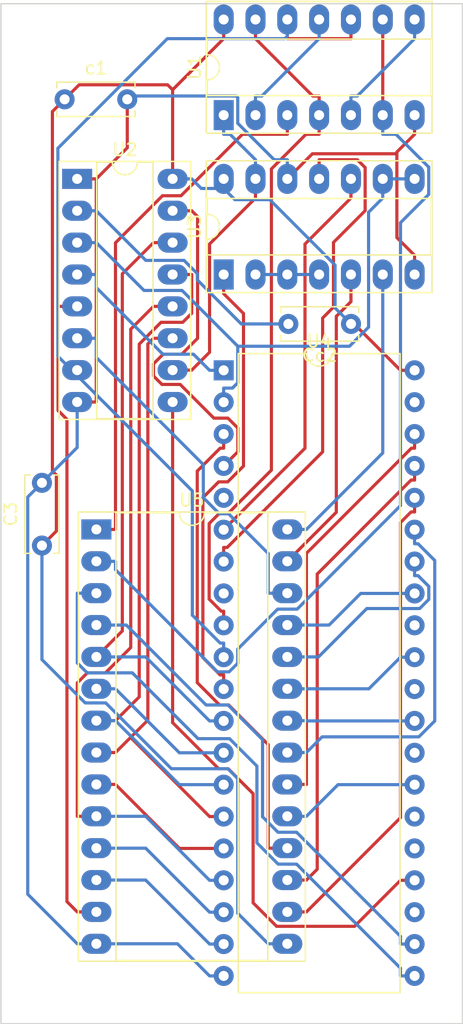
<source format=kicad_pcb>
(kicad_pcb (version 20211014) (generator pcbnew)
  (layers (0 "F.Cu" signal) (31 "B.Cu" signal) (34 "B.Paste" user) (35 "F.Paste" user) (36 "B.SilkS" user "B.Silkscreen") (37 "F.SilkS" user "F.Silkscreen") (38 "B.Mask" user) (39 "F.Mask" user) (44 "Edge.Cuts" user))
  (net 0 "")
  (net 1 "VCC")
  (net 2 "GND")
  (net 3 "Net-(U1-Pad1)")
  (net 4 "Net-(U1-Pad11)")
  (net 5 "Net-(U1-Pad3)")
  (net 6 "Net-(U1-Pad13)")
  (net 7 "Net-(U1-Pad5)")
  (net 8 "/WR")
  (net 9 "Net-(U1-Pad10)")
  (net 10 "Net-(U2-Pad3)")
  (net 11 "Net-(U2-Pad4)")
  (net 12 "/RESET")
  (net 13 "Net-(U2-Pad6)")
  (net 14 "Net-(U2-Pad9)")
  (net 15 "/D3")
  (net 16 "/D5")
  (net 17 "/D2")
  (net 18 "/D0")
  (net 19 "Net-(U2-Pad15)")
  (net 20 "Net-(U3-Pad1)")
  (net 21 "Net-(U3-Pad2)")
  (net 22 "Net-(U3-Pad5)")
  (net 23 "Net-(U3-Pad6)")
  (net 24 "Net-(U3-Pad10)")
  (net 25 "Net-(U3-Pad11)")
  (net 26 "Net-(U4-Pad3)")
  (net 29 "/D1")
  (net 30 "/D4")
  (net 31 "/D6")
  (net 32 "/D7")
  (net 33 "/A3")
  (net 34 "/A4")
  (net 38 "Net-(U4-Pad27)")
  (net 39 "Net-(U4-Pad29)")
  (net 41 "Net-(U4-Pad31)")
  (net 43 "Net-(U4-Pad33)")
  (net 44 "Net-(U4-Pad34)")
  (net 45 "Net-(U4-Pad35)")
  (net 46 "Net-(U4-Pad36)")
  (net 47 "Net-(U4-Pad37)")
  (net 48 "Net-(U4-Pad38)")
  (footprint "Package_DIP:DIP-14_W7.62mm_Socket_LongPads" (layer "F.Cu") (at 35.555 21.58 90)
    (fp_text reference "U1" (at 3.81 -2.33 90) (layer "F.SilkS"))
    (fp_text value "74LS00")
    (pad "1" thru_hole rect (at 0 0 90) (size 2.4 1.6) (drill 0.8) (layers *.Cu *.Mask) (net 3 "Net-(U1-Pad1)"))
    (pad "2" thru_hole oval (at 0 2.54 90) (size 2.4 1.6) (drill 0.8) (layers *.Cu *.Mask) (net 4 "Net-(U1-Pad11)"))
    (pad "3" thru_hole oval (at 0 5.08 90) (size 2.4 1.6) (drill 0.8) (layers *.Cu *.Mask) (net 5 "Net-(U1-Pad3)"))
    (pad "4" thru_hole oval (at 0 7.62 90) (size 2.4 1.6) (drill 0.8) (layers *.Cu *.Mask) (net 6 "Net-(U1-Pad13)"))
    (pad "5" thru_hole oval (at 0 10.16 90) (size 2.4 1.6) (drill 0.8) (layers *.Cu *.Mask) (net 7 "Net-(U1-Pad5)"))
    (pad "6" thru_hole oval (at 0 12.7 90) (size 2.4 1.6) (drill 0.8) (layers *.Cu *.Mask) (net 8 "/WR"))
    (pad "7" thru_hole oval (at 0 15.24 90) (size 2.4 1.6) (drill 0.8) (layers *.Cu *.Mask) (net 2 "GND"))
    (pad "8" thru_hole oval (at 7.62 15.24 90) (size 2.4 1.6) (drill 0.8) (layers *.Cu *.Mask) (net 7 "Net-(U1-Pad5)"))
    (pad "9" thru_hole oval (at 7.62 12.7 90) (size 2.4 1.6) (drill 0.8) (layers *.Cu *.Mask) (net 8 "/WR"))
    (pad "10" thru_hole oval (at 7.62 10.16 90) (size 2.4 1.6) (drill 0.8) (layers *.Cu *.Mask) (net 9 "Net-(U1-Pad10)"))
    (pad "11" thru_hole oval (at 7.62 7.62 90) (size 2.4 1.6) (drill 0.8) (layers *.Cu *.Mask) (net 4 "Net-(U1-Pad11)"))
    (pad "12" thru_hole oval (at 7.62 5.08 90) (size 2.4 1.6) (drill 0.8) (layers *.Cu *.Mask) (net 9 "Net-(U1-Pad10)"))
    (pad "13" thru_hole oval (at 7.62 2.54 90) (size 2.4 1.6) (drill 0.8) (layers *.Cu *.Mask) (net 6 "Net-(U1-Pad13)"))
    (pad "14" thru_hole oval (at 7.62 0 90) (size 2.4 1.6) (drill 0.8) (layers *.Cu *.Mask) (net 1 "VCC"))
  )
  (footprint "Package_DIP:DIP-28_W15.24mm_Socket_LongPads" (layer "F.Cu") (at 25.395 54.595)
    (fp_text reference "U5" (at 7.62 -2.33) (layer "F.SilkS"))
    (fp_text value "WD1772")
    (pad "1" thru_hole rect (at 0 0) (size 2.4 1.6) (drill 0.8) (layers *.Cu *.Mask) (net 5 "Net-(U1-Pad3)"))
    (pad "2" thru_hole oval (at 0 2.54) (size 2.4 1.6) (drill 0.8) (layers *.Cu *.Mask) (net 8 "/WR"))
    (pad "3" thru_hole oval (at 0 5.08) (size 2.4 1.6) (drill 0.8) (layers *.Cu *.Mask) (net 33 "/A3"))
    (pad "4" thru_hole oval (at 0 7.62) (size 2.4 1.6) (drill 0.8) (layers *.Cu *.Mask) (net 34 "/A4"))
    (pad "5" thru_hole oval (at 0 10.16) (size 2.4 1.6) (drill 0.8) (layers *.Cu *.Mask) (net 18 "/D0"))
    (pad "6" thru_hole oval (at 0 12.7) (size 2.4 1.6) (drill 0.8) (layers *.Cu *.Mask) (net 29 "/D1"))
    (pad "7" thru_hole oval (at 0 15.24) (size 2.4 1.6) (drill 0.8) (layers *.Cu *.Mask) (net 17 "/D2"))
    (pad "8" thru_hole oval (at 0 17.78) (size 2.4 1.6) (drill 0.8) (layers *.Cu *.Mask) (net 15 "/D3"))
    (pad "9" thru_hole oval (at 0 20.32) (size 2.4 1.6) (drill 0.8) (layers *.Cu *.Mask) (net 30 "/D4"))
    (pad "10" thru_hole oval (at 0 22.86) (size 2.4 1.6) (drill 0.8) (layers *.Cu *.Mask) (net 16 "/D5"))
    (pad "11" thru_hole oval (at 0 25.4) (size 2.4 1.6) (drill 0.8) (layers *.Cu *.Mask) (net 31 "/D6"))
    (pad "12" thru_hole oval (at 0 27.94) (size 2.4 1.6) (drill 0.8) (layers *.Cu *.Mask) (net 32 "/D7"))
    (pad "13" thru_hole oval (at 0 30.48) (size 2.4 1.6) (drill 0.8) (layers *.Cu *.Mask) (net 12 "/RESET"))
    (pad "14" thru_hole oval (at 0 33.02) (size 2.4 1.6) (drill 0.8) (layers *.Cu *.Mask) (net 2 "GND"))
    (pad "15" thru_hole oval (at 15.24 33.02) (size 2.4 1.6) (drill 0.8) (layers *.Cu *.Mask) (net 1 "VCC"))
    (pad "16" thru_hole oval (at 15.24 30.48) (size 2.4 1.6) (drill 0.8) (layers *.Cu *.Mask) (net 46 "Net-(U4-Pad36)"))
    (pad "17" thru_hole oval (at 15.24 27.94) (size 2.4 1.6) (drill 0.8) (layers *.Cu *.Mask) (net 47 "Net-(U4-Pad37)"))
    (pad "18" thru_hole oval (at 15.24 25.4) (size 2.4 1.6) (drill 0.8) (layers *.Cu *.Mask) (net 26 "Net-(U4-Pad3)"))
    (pad "19" thru_hole oval (at 15.24 22.86) (size 2.4 1.6) (drill 0.8) (layers *.Cu *.Mask) (net 38 "Net-(U4-Pad27)"))
    (pad "20" thru_hole oval (at 15.24 20.32) (size 2.4 1.6) (drill 0.8) (layers *.Cu *.Mask) (net 48 "Net-(U4-Pad38)"))
    (pad "21" thru_hole oval (at 15.24 17.78) (size 2.4 1.6) (drill 0.8) (layers *.Cu *.Mask) (net 45 "Net-(U4-Pad35)"))
    (pad "22" thru_hole oval (at 15.24 15.24) (size 2.4 1.6) (drill 0.8) (layers *.Cu *.Mask) (net 39 "Net-(U4-Pad29)"))
    (pad "23" thru_hole oval (at 15.24 12.7) (size 2.4 1.6) (drill 0.8) (layers *.Cu *.Mask) (net 41 "Net-(U4-Pad31)"))
    (pad "24" thru_hole oval (at 15.24 10.16) (size 2.4 1.6) (drill 0.8) (layers *.Cu *.Mask) (net 44 "Net-(U4-Pad34)"))
    (pad "25" thru_hole oval (at 15.24 7.62) (size 2.4 1.6) (drill 0.8) (layers *.Cu *.Mask) (net 43 "Net-(U4-Pad33)"))
    (pad "26" thru_hole oval (at 15.24 5.08) (size 2.4 1.6) (drill 0.8) (layers *.Cu *.Mask) (net 13 "Net-(U2-Pad6)"))
    (pad "27" thru_hole oval (at 15.24 2.54) (size 2.4 1.6) (drill 0.8) (layers *.Cu *.Mask) (net 22 "Net-(U3-Pad5)"))
    (pad "28" thru_hole oval (at 15.24 0) (size 2.4 1.6) (drill 0.8) (layers *.Cu *.Mask) (net 23 "Net-(U3-Pad6)"))
  )
  (footprint "Package_DIP:DIP-40_W15.24mm" (layer "F.Cu") (at 35.555 41.915)
    (fp_text reference "U4" (at 7.62 -2.33) (layer "F.SilkS"))
    (fp_text value "8271")
    (pad "1" thru_hole rect (at 0 0) (size 1.6 1.6) (drill 0.8) (layers *.Cu *.Mask) (net 11 "Net-(U2-Pad4)"))
    (pad "2" thru_hole oval (at 0 2.54) (size 1.6 1.6) (drill 0.8) (layers *.Cu *.Mask) (net 10 "Net-(U2-Pad3)"))
    (pad "3" thru_hole oval (at 0 5.08) (size 1.6 1.6) (drill 0.8) (layers *.Cu *.Mask) (net 26 "Net-(U4-Pad3)"))
    (pad "4" thru_hole oval (at 0 7.62) (size 1.6 1.6) (drill 0.8) (layers *.Cu *.Mask) (net 19 "Net-(U2-Pad15)"))
    (pad "5" thru_hole oval (at 0 10.16) (size 1.6 1.6) (drill 0.8) (layers *.Cu *.Mask))
    (pad "6" thru_hole oval (at 0 12.7) (size 1.6 1.6) (drill 0.8) (layers *.Cu *.Mask) (net 24 "Net-(U3-Pad10)"))
    (pad "7" thru_hole oval (at 0 15.24) (size 1.6 1.6) (drill 0.8) (layers *.Cu *.Mask) (net 25 "Net-(U3-Pad11)"))
    (pad "8" thru_hole oval (at 0 17.78) (size 1.6 1.6) (drill 0.8) (layers *.Cu *.Mask))
    (pad "9" thru_hole oval (at 0 20.32) (size 1.6 1.6) (drill 0.8) (layers *.Cu *.Mask) (net 6 "Net-(U1-Pad13)"))
    (pad "10" thru_hole oval (at 0 22.86) (size 1.6 1.6) (drill 0.8) (layers *.Cu *.Mask) (net 9 "Net-(U1-Pad10)"))
    (pad "11" thru_hole oval (at 0 25.4) (size 1.6 1.6) (drill 0.8) (layers *.Cu *.Mask) (net 20 "Net-(U3-Pad1)"))
    (pad "12" thru_hole oval (at 0 27.94) (size 1.6 1.6) (drill 0.8) (layers *.Cu *.Mask) (net 18 "/D0"))
    (pad "13" thru_hole oval (at 0 30.48) (size 1.6 1.6) (drill 0.8) (layers *.Cu *.Mask) (net 29 "/D1"))
    (pad "14" thru_hole oval (at 0 33.02) (size 1.6 1.6) (drill 0.8) (layers *.Cu *.Mask) (net 17 "/D2"))
    (pad "15" thru_hole oval (at 0 35.56) (size 1.6 1.6) (drill 0.8) (layers *.Cu *.Mask) (net 15 "/D3"))
    (pad "16" thru_hole oval (at 0 38.1) (size 1.6 1.6) (drill 0.8) (layers *.Cu *.Mask) (net 30 "/D4"))
    (pad "17" thru_hole oval (at 0 40.64) (size 1.6 1.6) (drill 0.8) (layers *.Cu *.Mask) (net 16 "/D5"))
    (pad "18" thru_hole oval (at 0 43.18) (size 1.6 1.6) (drill 0.8) (layers *.Cu *.Mask) (net 31 "/D6"))
    (pad "19" thru_hole oval (at 0 45.72) (size 1.6 1.6) (drill 0.8) (layers *.Cu *.Mask) (net 32 "/D7"))
    (pad "20" thru_hole oval (at 0 48.26) (size 1.6 1.6) (drill 0.8) (layers *.Cu *.Mask) (net 2 "GND"))
    (pad "21" thru_hole oval (at 15.24 48.26) (size 1.6 1.6) (drill 0.8) (layers *.Cu *.Mask) (net 33 "/A3"))
    (pad "22" thru_hole oval (at 15.24 45.72) (size 1.6 1.6) (drill 0.8) (layers *.Cu *.Mask) (net 34 "/A4"))
    (pad "23" thru_hole oval (at 15.24 43.18) (size 1.6 1.6) (drill 0.8) (layers *.Cu *.Mask))
    (pad "24" thru_hole oval (at 15.24 40.64) (size 1.6 1.6) (drill 0.8) (layers *.Cu *.Mask) (net 14 "Net-(U2-Pad9)"))
    (pad "25" thru_hole oval (at 15.24 38.1) (size 1.6 1.6) (drill 0.8) (layers *.Cu *.Mask))
    (pad "26" thru_hole oval (at 15.24 35.56) (size 1.6 1.6) (drill 0.8) (layers *.Cu *.Mask))
    (pad "27" thru_hole oval (at 15.24 33.02) (size 1.6 1.6) (drill 0.8) (layers *.Cu *.Mask) (net 38 "Net-(U4-Pad27)"))
    (pad "28" thru_hole oval (at 15.24 30.48) (size 1.6 1.6) (drill 0.8) (layers *.Cu *.Mask))
    (pad "29" thru_hole oval (at 15.24 27.94) (size 1.6 1.6) (drill 0.8) (layers *.Cu *.Mask) (net 39 "Net-(U4-Pad29)"))
    (pad "30" thru_hole oval (at 15.24 25.4) (size 1.6 1.6) (drill 0.8) (layers *.Cu *.Mask))
    (pad "31" thru_hole oval (at 15.24 22.86) (size 1.6 1.6) (drill 0.8) (layers *.Cu *.Mask) (net 41 "Net-(U4-Pad31)"))
    (pad "32" thru_hole oval (at 15.24 20.32) (size 1.6 1.6) (drill 0.8) (layers *.Cu *.Mask))
    (pad "33" thru_hole oval (at 15.24 17.78) (size 1.6 1.6) (drill 0.8) (layers *.Cu *.Mask) (net 43 "Net-(U4-Pad33)"))
    (pad "34" thru_hole oval (at 15.24 15.24) (size 1.6 1.6) (drill 0.8) (layers *.Cu *.Mask) (net 44 "Net-(U4-Pad34)"))
    (pad "35" thru_hole oval (at 15.24 12.7) (size 1.6 1.6) (drill 0.8) (layers *.Cu *.Mask) (net 45 "Net-(U4-Pad35)"))
    (pad "36" thru_hole oval (at 15.24 10.16) (size 1.6 1.6) (drill 0.8) (layers *.Cu *.Mask) (net 46 "Net-(U4-Pad36)"))
    (pad "37" thru_hole oval (at 15.24 7.62) (size 1.6 1.6) (drill 0.8) (layers *.Cu *.Mask) (net 47 "Net-(U4-Pad37)"))
    (pad "38" thru_hole oval (at 15.24 5.08) (size 1.6 1.6) (drill 0.8) (layers *.Cu *.Mask) (net 48 "Net-(U4-Pad38)"))
    (pad "39" thru_hole oval (at 15.24 2.54) (size 1.6 1.6) (drill 0.8) (layers *.Cu *.Mask))
    (pad "40" thru_hole oval (at 15.24 0) (size 1.6 1.6) (drill 0.8) (layers *.Cu *.Mask) (net 1 "VCC"))
  )
  (footprint "Package_DIP:DIP-16_W7.62mm_Socket_LongPads" (layer "F.Cu") (at 23.86 26.66)
    (fp_text reference "U2" (at 3.81 -2.33) (layer "F.SilkS"))
    (fp_text value "74LS173")
    (pad "1" thru_hole rect (at 0 0) (size 2.4 1.6) (drill 0.8) (layers *.Cu *.Mask) (net 2 "GND"))
    (pad "2" thru_hole oval (at 0 2.54) (size 2.4 1.6) (drill 0.8) (layers *.Cu *.Mask) (net 2 "GND"))
    (pad "3" thru_hole oval (at 0 5.08) (size 2.4 1.6) (drill 0.8) (layers *.Cu *.Mask) (net 10 "Net-(U2-Pad3)"))
    (pad "4" thru_hole oval (at 0 7.62) (size 2.4 1.6) (drill 0.8) (layers *.Cu *.Mask) (net 11 "Net-(U2-Pad4)"))
    (pad "5" thru_hole oval (at 0 10.16) (size 2.4 1.6) (drill 0.8) (layers *.Cu *.Mask) (net 12 "/RESET"))
    (pad "6" thru_hole oval (at 0 12.7) (size 2.4 1.6) (drill 0.8) (layers *.Cu *.Mask) (net 13 "Net-(U2-Pad6)"))
    (pad "7" thru_hole oval (at 0 15.24) (size 2.4 1.6) (drill 0.8) (layers *.Cu *.Mask) (net 9 "Net-(U1-Pad10)"))
    (pad "8" thru_hole oval (at 0 17.78) (size 2.4 1.6) (drill 0.8) (layers *.Cu *.Mask) (net 2 "GND"))
    (pad "9" thru_hole oval (at 7.62 17.78) (size 2.4 1.6) (drill 0.8) (layers *.Cu *.Mask) (net 14 "Net-(U2-Pad9)"))
    (pad "10" thru_hole oval (at 7.62 15.24) (size 2.4 1.6) (drill 0.8) (layers *.Cu *.Mask) (net 3 "Net-(U1-Pad1)"))
    (pad "11" thru_hole oval (at 7.62 12.7) (size 2.4 1.6) (drill 0.8) (layers *.Cu *.Mask) (net 15 "/D3"))
    (pad "12" thru_hole oval (at 7.62 10.16) (size 2.4 1.6) (drill 0.8) (layers *.Cu *.Mask) (net 16 "/D5"))
    (pad "13" thru_hole oval (at 7.62 7.62) (size 2.4 1.6) (drill 0.8) (layers *.Cu *.Mask) (net 17 "/D2"))
    (pad "14" thru_hole oval (at 7.62 5.08) (size 2.4 1.6) (drill 0.8) (layers *.Cu *.Mask) (net 18 "/D0"))
    (pad "15" thru_hole oval (at 7.62 2.54) (size 2.4 1.6) (drill 0.8) (layers *.Cu *.Mask) (net 19 "Net-(U2-Pad15)"))
    (pad "16" thru_hole oval (at 7.62 0) (size 2.4 1.6) (drill 0.8) (layers *.Cu *.Mask) (net 1 "VCC"))
  )
  (footprint "Capacitor_THT:C_Disc_D6.0mm_W2.5mm_P5.00mm" (layer "F.Cu") (at 21.05 55.88 90)
    (fp_text reference "C3" (at 2.5 -2.5 90) (layer "F.SilkS"))
    (fp_text value "100nf")
    (pad "1" thru_hole circle (at 0 0 90) (size 1.6 1.6) (drill 0.8) (layers *.Cu *.Mask) (net 1 "VCC"))
    (pad "2" thru_hole circle (at 5 0 90) (size 1.6 1.6) (drill 0.8) (layers *.Cu *.Mask) (net 2 "GND"))
  )
  (footprint "Capacitor_THT:C_Disc_D6.0mm_W2.5mm_P5.00mm" (layer "F.Cu") (at 45.72 38.22 180)
    (fp_text reference "Cc2" (at 2.5 -2.5) (layer "F.SilkS"))
    (fp_text value "100nf")
    (pad "1" thru_hole circle (at 0 0 180) (size 1.6 1.6) (drill 0.8) (layers *.Cu *.Mask) (net 1 "VCC"))
    (pad "2" thru_hole circle (at 5 0 180) (size 1.6 1.6) (drill 0.8) (layers *.Cu *.Mask) (net 2 "GND"))
  )
  (footprint "Capacitor_THT:C_Disc_D6.0mm_W2.5mm_P5.00mm" (layer "F.Cu") (at 22.86 20.32)
    (fp_text reference "c1" (at 2.5 -2.5) (layer "F.SilkS"))
    (fp_text value "100nf")
    (pad "1" thru_hole circle (at 0 0) (size 1.6 1.6) (drill 0.8) (layers *.Cu *.Mask) (net 1 "VCC"))
    (pad "2" thru_hole circle (at 5 0) (size 1.6 1.6) (drill 0.8) (layers *.Cu *.Mask) (net 2 "GND"))
  )
  (footprint "Package_DIP:DIP-14_W7.62mm_Socket_LongPads" (layer "F.Cu") (at 35.555 34.28 90)
    (fp_text reference "U3" (at 3.81 -2.33 90) (layer "F.SilkS"))
    (fp_text value "74LS02")
    (pad "1" thru_hole rect (at 0 0 90) (size 2.4 1.6) (drill 0.8) (layers *.Cu *.Mask) (net 20 "Net-(U3-Pad1)"))
    (pad "2" thru_hole oval (at 0 2.54 90) (size 2.4 1.6) (drill 0.8) (layers *.Cu *.Mask) (net 21 "Net-(U3-Pad2)"))
    (pad "3" thru_hole oval (at 0 5.08 90) (size 2.4 1.6) (drill 0.8) (layers *.Cu *.Mask) (net 21 "Net-(U3-Pad2)"))
    (pad "4" thru_hole oval (at 0 7.62 90) (size 2.4 1.6) (drill 0.8) (layers *.Cu *.Mask) (net 21 "Net-(U3-Pad2)"))
    (pad "5" thru_hole oval (at 0 10.16 90) (size 2.4 1.6) (drill 0.8) (layers *.Cu *.Mask) (net 22 "Net-(U3-Pad5)"))
    (pad "6" thru_hole oval (at 0 12.7 90) (size 2.4 1.6) (drill 0.8) (layers *.Cu *.Mask) (net 23 "Net-(U3-Pad6)"))
    (pad "7" thru_hole oval (at 0 15.24 90) (size 2.4 1.6) (drill 0.8) (layers *.Cu *.Mask) (net 2 "GND"))
    (pad "8" thru_hole oval (at 7.62 15.24 90) (size 2.4 1.6) (drill 0.8) (layers *.Cu *.Mask) (net 10 "Net-(U2-Pad3)"))
    (pad "9" thru_hole oval (at 7.62 12.7 90) (size 2.4 1.6) (drill 0.8) (layers *.Cu *.Mask) (net 10 "Net-(U2-Pad3)"))
    (pad "10" thru_hole oval (at 7.62 10.16 90) (size 2.4 1.6) (drill 0.8) (layers *.Cu *.Mask) (net 24 "Net-(U3-Pad10)"))
    (pad "11" thru_hole oval (at 7.62 7.62 90) (size 2.4 1.6) (drill 0.8) (layers *.Cu *.Mask) (net 25 "Net-(U3-Pad11)"))
    (pad "12" thru_hole oval (at 7.62 5.08 90) (size 2.4 1.6) (drill 0.8) (layers *.Cu *.Mask) (net 2 "GND"))
    (pad "13" thru_hole oval (at 7.62 2.54 90) (size 2.4 1.6) (drill 0.8) (layers *.Cu *.Mask) (net 3 "Net-(U1-Pad1)"))
    (pad "14" thru_hole oval (at 7.62 0 90) (size 2.4 1.6) (drill 0.8) (layers *.Cu *.Mask) (net 1 "VCC"))
  )
  (gr_line (start 54.61 12.7) (end 54.61 93.98) (layer "Edge.Cuts") (width 0.1))
  (gr_line (start 54.61 93.98) (end 17.78 93.98) (layer "Edge.Cuts") (width 0.1))
  (gr_line (start 17.78 93.98) (end 17.78 12.7) (layer "Edge.Cuts") (width 0.1))
  (gr_line (start 54.61 12.7) (end 53.34 12.7) (layer "Edge.Cuts") (width 0.1))
  (gr_line (start 17.78 12.7) (end 53.34 12.7) (layer "Edge.Cuts") (width 0.1))
  (segment (start 35.555 13.96) (end 35.555 15.4853) (width 0.25) (layer "F.Cu") (net 1))
  (segment (start 31.084 19.1643) (end 31.48 19.5603) (width 0.25) (layer "F.Cu") (net 1))
  (segment (start 24.0157 19.1643) (end 31.084 19.1643) (width 0.25) (layer "F.Cu") (net 1))
  (segment (start 22.202 54.728) (end 22.202 50.2606) (width 0.25) (layer "F.Cu") (net 1))
  (segment (start 31.48 19.5603) (end 35.555 15.4853) (width 0.25) (layer "F.Cu") (net 1))
  (segment (start 21.05 55.88) (end 22.202 54.728) (width 0.25) (layer "F.Cu") (net 1))
  (segment (start 45.72 38.22) (end 45.9747 38.22) (width 0.25) (layer "F.Cu") (net 1))
  (segment (start 22.86 20.32) (end 24.0157 19.1643) (width 0.25) (layer "F.Cu") (net 1))
  (segment (start 21.8843 21.2957) (end 22.86 20.32) (width 0.25) (layer "F.Cu") (net 1))
  (segment (start 22.202 50.2606) (end 21.8843 49.9429) (width 0.25) (layer "F.Cu") (net 1))
  (segment (start 45.9747 38.22) (end 49.6697 41.915) (width 0.25) (layer "F.Cu") (net 1))
  (segment (start 50.795 41.915) (end 49.6697 41.915) (width 0.25) (layer "F.Cu") (net 1))
  (segment (start 31.48 26.66) (end 31.48 19.5603) (width 0.25) (layer "F.Cu") (net 1))
  (segment (start 21.8843 49.9429) (end 21.8843 21.2957) (width 0.25) (layer "F.Cu") (net 1))
  (segment (start 35.8891 73.665) (end 36.6804 74.4563) (width 0.25) (layer "B.Cu") (net 1))
  (segment (start 36.4485 28.3161) (end 35.555 27.4226) (width 0.25) (layer "B.Cu") (net 1))
  (segment (start 40.635 87.615) (end 39.1097 87.615) (width 0.25) (layer "B.Cu") (net 1))
  (segment (start 44.445 33.5278) (end 39.2333 28.3161) (width 0.25) (layer "B.Cu") (net 1))
  (segment (start 31.3872 73.665) (end 35.8891 73.665) (width 0.25) (layer "B.Cu") (net 1))
  (segment (start 36.6804 85.1857) (end 39.1097 87.615) (width 0.25) (layer "B.Cu") (net 1))
  (segment (start 31.48 26.66) (end 33.0053 26.66) (width 0.25) (layer "B.Cu") (net 1))
  (segment (start 36.6804 74.4563) (end 36.6804 85.1857) (width 0.25) (layer "B.Cu") (net 1))
  (segment (start 44.445 36.945) (end 44.445 33.5278) (width 0.25) (layer "B.Cu") (net 1))
  (segment (start 24.5027 68.4204) (end 26.1426 68.4204) (width 0.25) (layer "B.Cu") (net 1))
  (segment (start 26.1426 68.4204) (end 31.3872 73.665) (width 0.25) (layer "B.Cu") (net 1))
  (segment (start 39.2333 28.3161) (end 36.4485 28.3161) (width 0.25) (layer "B.Cu") (net 1))
  (segment (start 35.555 26.66) (end 35.555 27.4226) (width 0.25) (layer "B.Cu") (net 1))
  (segment (start 21.05 55.88) (end 21.05 64.9677) (width 0.25) (layer "B.Cu") (net 1))
  (segment (start 45.72 38.22) (end 44.445 36.945) (width 0.25) (layer "B.Cu") (net 1))
  (segment (start 33.7679 27.4226) (end 33.0053 26.66) (width 0.25) (layer "B.Cu") (net 1))
  (segment (start 21.05 64.9677) (end 24.5027 68.4204) (width 0.25) (layer "B.Cu") (net 1))
  (segment (start 35.555 27.4226) (end 33.7679 27.4226) (width 0.25) (layer "B.Cu") (net 1))
  (segment (start 49.3804 31.3401) (end 49.3804 24.6605) (width 0.25) (layer "F.Cu") (net 2))
  (segment (start 25.3853 44.44) (end 25.3853 29.2) (width 0.25) (layer "F.Cu") (net 2))
  (segment (start 50.795 21.58) (end 50.795 23.1053) (width 0.25) (layer "F.Cu") (net 2))
  (segment (start 23.86 26.66) (end 25.3853 26.66) (width 0.25) (layer "F.Cu") (net 2))
  (segment (start 27.86 24.1853) (end 25.3853 26.66) (width 0.25) (layer "F.Cu") (net 2))
  (segment (start 40.635 26.66) (end 42.6345 24.6605) (width 0.25) (layer "F.Cu") (net 2))
  (segment (start 23.86 44.44) (end 25.3853 44.44) (width 0.25) (layer "F.Cu") (net 2))
  (segment (start 50.795 32.7547) (end 49.3804 31.3401) (width 0.25) (layer "F.Cu") (net 2))
  (segment (start 25.3853 26.66) (end 25.3853 29.2) (width 0.25) (layer "F.Cu") (net 2))
  (segment (start 49.3804 24.6605) (end 49.3804 24.5199) (width 0.25) (layer "F.Cu") (net 2))
  (segment (start 49.3804 24.5199) (end 50.795 23.1053) (width 0.25) (layer "F.Cu") (net 2))
  (segment (start 23.86 29.2) (end 25.3853 29.2) (width 0.25) (layer "F.Cu") (net 2))
  (segment (start 50.795 34.28) (end 50.795 32.7547) (width 0.25) (layer "F.Cu") (net 2))
  (segment (start 27.86 20.32) (end 27.86 24.1853) (width 0.25) (layer "F.Cu") (net 2))
  (segment (start 42.6345 24.6605) (end 49.3804 24.6605) (width 0.25) (layer "F.Cu") (net 2))
  (segment (start 35.555 90.175) (end 34.4297 90.175) (width 0.25) (layer "B.Cu") (net 2))
  (segment (start 33.4539 34.217) (end 33.4539 34.7135) (width 0.25) (layer "B.Cu") (net 2))
  (segment (start 40.635 26.66) (end 40.635 25.1347) (width 0.25) (layer "B.Cu") (net 2))
  (segment (start 33.4539 34.7135) (end 36.9604 38.22) (width 0.25) (layer "B.Cu") (net 2))
  (segment (start 36.6806 20.1834) (end 36.5517 20.0545) (width 0.25) (layer "B.Cu") (net 2))
  (segment (start 23.86 44.44) (end 23.86 48.07) (width 0.25) (layer "B.Cu") (net 2))
  (segment (start 19.9165 83.6618) (end 23.8697 87.615) (width 0.25) (layer "B.Cu") (net 2))
  (segment (start 28.1255 20.0545) (end 27.86 20.32) (width 0.25) (layer "B.Cu") (net 2))
  (segment (start 36.6806 22.2289) (end 36.6806 20.1834) (width 0.25) (layer "B.Cu") (net 2))
  (segment (start 36.9604 38.22) (end 40.72 38.22) (width 0.25) (layer "B.Cu") (net 2))
  (segment (start 25.3853 29.2) (end 29.34 33.1547) (width 0.25) (layer "B.Cu") (net 2))
  (segment (start 23.86 48.07) (end 21.05 50.88) (width 0.25) (layer "B.Cu") (net 2))
  (segment (start 32.3916 33.1547) (end 33.4539 34.217) (width 0.25) (layer "B.Cu") (net 2))
  (segment (start 40.635 25.1347) (end 39.5864 25.1347) (width 0.25) (layer "B.Cu") (net 2))
  (segment (start 19.9165 52.0135) (end 19.9165 83.6618) (width 0.25) (layer "B.Cu") (net 2))
  (segment (start 36.5517 20.0545) (end 28.1255 20.0545) (width 0.25) (layer "B.Cu") (net 2))
  (segment (start 31.8697 87.615) (end 25.395 87.615) (width 0.25) (layer "B.Cu") (net 2))
  (segment (start 23.86 29.2) (end 25.3853 29.2) (width 0.25) (layer "B.Cu") (net 2))
  (segment (start 29.34 33.1547) (end 32.3916 33.1547) (width 0.25) (layer "B.Cu") (net 2))
  (segment (start 21.05 50.88) (end 19.9165 52.0135) (width 0.25) (layer "B.Cu") (net 2))
  (segment (start 39.5864 25.1347) (end 36.6806 22.2289) (width 0.25) (layer "B.Cu") (net 2))
  (segment (start 25.395 87.615) (end 23.8697 87.615) (width 0.25) (layer "B.Cu") (net 2))
  (segment (start 34.4297 90.175) (end 31.8697 87.615) (width 0.25) (layer "B.Cu") (net 2))
  (segment (start 34.4296 40.4757) (end 34.4296 31.8507) (width 0.25) (layer "F.Cu") (net 3))
  (segment (start 38.095 26.66) (end 38.095 28.1853) (width 0.25) (layer "F.Cu") (net 3))
  (segment (start 34.4296 31.8507) (end 38.095 28.1853) (width 0.25) (layer "F.Cu") (net 3))
  (segment (start 31.48 41.9) (end 33.0053 41.9) (width 0.25) (layer "F.Cu") (net 3))
  (segment (start 33.0053 41.9) (end 34.4296 40.4757) (width 0.25) (layer "F.Cu") (net 3))
  (segment (start 35.555 21.58) (end 35.555 23.1053) (width 0.25) (layer "B.Cu") (net 3))
  (segment (start 38.095 26.66) (end 38.095 25.1347) (width 0.25) (layer "B.Cu") (net 3))
  (segment (start 36.0656 23.1053) (end 35.555 23.1053) (width 0.25) (layer "B.Cu") (net 3))
  (segment (start 38.095 25.1347) (end 36.0656 23.1053) (width 0.25) (layer "B.Cu") (net 3))
  (segment (start 43.175 13.96) (end 43.175 15.4853) (width 0.25) (layer "B.Cu") (net 4))
  (segment (start 38.6056 20.0547) (end 38.095 20.0547) (width 0.25) (layer "B.Cu") (net 4))
  (segment (start 43.175 15.4853) (end 38.6056 20.0547) (width 0.25) (layer "B.Cu") (net 4))
  (segment (start 38.095 21.58) (end 38.095 20.0547) (width 0.25) (layer "B.Cu") (net 4))
  (segment (start 37.0494 23.1053) (end 40.635 23.1053) (width 0.25) (layer "F.Cu") (net 5))
  (segment (start 40.635 21.58) (end 40.635 23.1053) (width 0.25) (layer "F.Cu") (net 5))
  (segment (start 32.1508 28.0039) (end 37.0494 23.1053) (width 0.25) (layer "F.Cu") (net 5))
  (segment (start 26.9203 31.7531) (end 30.6695 28.0039) (width 0.25) (layer "F.Cu") (net 5))
  (segment (start 26.9203 54.595) (end 26.9203 31.7531) (width 0.25) (layer "F.Cu") (net 5))
  (segment (start 25.395 54.595) (end 26.9203 54.595) (width 0.25) (layer "F.Cu") (net 5))
  (segment (start 30.6695 28.0039) (end 32.1508 28.0039) (width 0.25) (layer "F.Cu") (net 5))
  (segment (start 43.175 23.1053) (end 42.1264 23.1053) (width 0.25) (layer "F.Cu") (net 6))
  (segment (start 39.365 25.8667) (end 39.365 49.8662) (width 0.25) (layer "F.Cu") (net 6))
  (segment (start 35.8862 53.345) (end 35.1789 53.345) (width 0.25) (layer "F.Cu") (net 6))
  (segment (start 34.3967 54.1272) (end 34.3967 60.1469) (width 0.25) (layer "F.Cu") (net 6))
  (segment (start 42.6644 20.0547) (end 43.175 20.0547) (width 0.25) (layer "F.Cu") (net 6))
  (segment (start 38.095 15.4853) (end 42.6644 20.0547) (width 0.25) (layer "F.Cu") (net 6))
  (segment (start 34.3967 60.1469) (end 35.3595 61.1097) (width 0.25) (layer "F.Cu") (net 6))
  (segment (start 35.555 62.235) (end 35.555 61.1097) (width 0.25) (layer "F.Cu") (net 6))
  (segment (start 35.1789 53.345) (end 34.3967 54.1272) (width 0.25) (layer "F.Cu") (net 6))
  (segment (start 42.1264 23.1053) (end 39.365 25.8667) (width 0.25) (layer "F.Cu") (net 6))
  (segment (start 35.3595 61.1097) (end 35.555 61.1097) (width 0.25) (layer "F.Cu") (net 6))
  (segment (start 43.175 21.58) (end 43.175 20.0547) (width 0.25) (layer "F.Cu") (net 6))
  (segment (start 43.175 21.58) (end 43.175 23.1053) (width 0.25) (layer "F.Cu") (net 6))
  (segment (start 39.365 49.8662) (end 35.8862 53.345) (width 0.25) (layer "F.Cu") (net 6))
  (segment (start 38.095 13.96) (end 38.095 15.4853) (width 0.25) (layer "F.Cu") (net 6))
  (segment (start 45.715 21.58) (end 45.715 20.0547) (width 0.25) (layer "B.Cu") (net 7))
  (segment (start 46.2256 20.0547) (end 45.715 20.0547) (width 0.25) (layer "B.Cu") (net 7))
  (segment (start 50.795 15.4853) (end 46.2256 20.0547) (width 0.25) (layer "B.Cu") (net 7))
  (segment (start 50.795 13.96) (end 50.795 15.4853) (width 0.25) (layer "B.Cu") (net 7))
  (segment (start 48.255 21.58) (end 48.255 13.96) (width 0.25) (layer "F.Cu") (net 8))
  (segment (start 26.9203 57.135) (end 26.9203 57.8023) (width 0.25) (layer "B.Cu") (net 8))
  (segment (start 49.6696 30.1499) (end 51.924 27.8955) (width 0.25) (layer "B.Cu") (net 8))
  (segment (start 25.395 57.135) (end 26.9203 57.135) (width 0.25) (layer "B.Cu") (net 8))
  (segment (start 36.6804 65.2541) (end 36.6804 64.13) (width 0.25) (layer "B.Cu") (net 8))
  (segment (start 36.6804 64.13) (end 39.8654 60.945) (width 0.25) (layer "B.Cu") (net 8))
  (segment (start 49.3036 23.1053) (end 48.255 23.1053) (width 0.25) (layer "B.Cu") (net 8))
  (segment (start 26.9203 57.8023) (end 35.0641 65.9461) (width 0.25) (layer "B.Cu") (net 8))
  (segment (start 35.0641 65.9461) (end 35.9884 65.9461) (width 0.25) (layer "B.Cu") (net 8))
  (segment (start 39.8654 60.945) (end 41.4229 60.945) (width 0.25) (layer "B.Cu") (net 8))
  (segment (start 48.255 21.58) (end 48.255 23.1053) (width 0.25) (layer "B.Cu") (net 8))
  (segment (start 35.9884 65.9461) (end 36.6804 65.2541) (width 0.25) (layer "B.Cu") (net 8))
  (segment (start 51.924 27.8955) (end 51.924 25.7257) (width 0.25) (layer "B.Cu") (net 8))
  (segment (start 51.924 25.7257) (end 49.3036 23.1053) (width 0.25) (layer "B.Cu") (net 8))
  (segment (start 49.6696 52.6983) (end 49.6696 30.1499) (width 0.25) (layer "B.Cu") (net 8))
  (segment (start 41.4229 60.945) (end 49.6696 52.6983) (width 0.25) (layer "B.Cu") (net 8))
  (segment (start 40.635 13.96) (end 40.635 15.4853) (width 0.25) (layer "F.Cu") (net 9))
  (segment (start 40.635 15.4853) (end 45.715 15.4853) (width 0.25) (layer "F.Cu") (net 9))
  (segment (start 45.715 13.96) (end 45.715 15.4853) (width 0.25) (layer "F.Cu") (net 9))
  (segment (start 35.555 63.6497) (end 35.2737 63.6497) (width 0.25) (layer "B.Cu") (net 9))
  (segment (start 35.555 64.775) (end 35.555 63.6497) (width 0.25) (layer "B.Cu") (net 9))
  (segment (start 35.2737 63.6497) (end 33.0534 61.4294) (width 0.25) (layer "B.Cu") (net 9))
  (segment (start 33.0534 61.4294) (end 33.0534 51.5269) (width 0.25) (layer "B.Cu") (net 9))
  (segment (start 40.635 15.2882) (end 40.4379 15.4853) (width 0.25) (layer "B.Cu") (net 9))
  (segment (start 22.3237 40.7972) (end 23.4265 41.9) (width 0.25) (layer "B.Cu") (net 9))
  (segment (start 40.4379 15.4853) (end 31.059 15.4853) (width 0.25) (layer "B.Cu") (net 9))
  (segment (start 31.059 15.4853) (end 22.3237 24.2206) (width 0.25) (layer "B.Cu") (net 9))
  (segment (start 33.0534 51.5269) (end 23.4265 41.9) (width 0.25) (layer "B.Cu") (net 9))
  (segment (start 23.86 41.9) (end 23.4265 41.9) (width 0.25) (layer "B.Cu") (net 9))
  (segment (start 22.3237 24.2206) (end 22.3237 40.7972) (width 0.25) (layer "B.Cu") (net 9))
  (segment (start 40.635 13.96) (end 40.635 15.2882) (width 0.25) (layer "B.Cu") (net 9))
  (segment (start 29.1953 35.55) (end 32.2344 35.55) (width 0.25) (layer "B.Cu") (net 10))
  (segment (start 35.555 44.455) (end 35.555 43.3297) (width 0.25) (layer "B.Cu") (net 10))
  (segment (start 36.6803 39.9959) (end 36.6803 42.9078) (width 0.25) (layer "B.Cu") (net 10))
  (segment (start 25.3853 31.74) (end 29.1953 35.55) (width 0.25) (layer "B.Cu") (net 10))
  (segment (start 47.1223 38.4737) (end 45.6001 39.9959) (width 0.25) (layer "B.Cu") (net 10))
  (segment (start 32.2344 35.55) (end 36.6803 39.9959) (width 0.25) (layer "B.Cu") (net 10))
  (segment (start 45.6001 39.9959) (end 36.6803 39.9959) (width 0.25) (layer "B.Cu") (net 10))
  (segment (start 47.1223 29.318) (end 47.1223 38.4737) (width 0.25) (layer "B.Cu") (net 10))
  (segment (start 48.255 26.66) (end 48.255 28.1853) (width 0.25) (layer "B.Cu") (net 10))
  (segment (start 48.255 28.1853) (end 47.1223 29.318) (width 0.25) (layer "B.Cu") (net 10))
  (segment (start 36.6803 42.9078) (end 36.2584 43.3297) (width 0.25) (layer "B.Cu") (net 10))
  (segment (start 50.795 26.66) (end 48.255 26.66) (width 0.25) (layer "B.Cu") (net 10))
  (segment (start 23.86 31.74) (end 25.3853 31.74) (width 0.25) (layer "B.Cu") (net 10))
  (segment (start 36.2584 43.3297) (end 35.555 43.3297) (width 0.25) (layer "B.Cu") (net 10))
  (segment (start 35.555 41.915) (end 34.4297 41.915) (width 0.25) (layer "B.Cu") (net 11))
  (segment (start 33.1447 40.63) (end 34.4297 41.915) (width 0.25) (layer "B.Cu") (net 11))
  (segment (start 25.3853 34.28) (end 25.3853 35.3174) (width 0.25) (layer "B.Cu") (net 11))
  (segment (start 30.6979 40.63) (end 33.1447 40.63) (width 0.25) (layer "B.Cu") (net 11))
  (segment (start 25.3853 35.3174) (end 30.6979 40.63) (width 0.25) (layer "B.Cu") (net 11))
  (segment (start 23.86 34.28) (end 25.3853 34.28) (width 0.25) (layer "B.Cu") (net 11))
  (segment (start 25.395 85.075) (end 23.8697 85.075) (width 0.25) (layer "F.Cu") (net 12))
  (segment (start 23.046 84.2513) (end 23.8697 85.075) (width 0.25) (layer "F.Cu") (net 12))
  (segment (start 22.3347 36.82) (end 22.3347 45.1151) (width 0.25) (layer "F.Cu") (net 12))
  (segment (start 23.86 36.82) (end 22.3347 36.82) (width 0.25) (layer "F.Cu") (net 12))
  (segment (start 23.046 45.8264) (end 23.046 84.2513) (width 0.25) (layer "F.Cu") (net 12))
  (segment (start 22.3347 45.1151) (end 23.046 45.8264) (width 0.25) (layer "F.Cu") (net 12))
  (segment (start 40.635 59.675) (end 39.1097 59.675) (width 0.25) (layer "B.Cu") (net 13))
  (segment (start 35.21 53.345) (end 35.9452 53.345) (width 0.25) (layer "B.Cu") (net 13))
  (segment (start 39.1097 56.5095) (end 39.1097 59.675) (width 0.25) (layer "B.Cu") (net 13))
  (segment (start 25.3853 39.36) (end 25.3853 40.8853) (width 0.25) (layer "B.Cu") (net 13))
  (segment (start 33.9299 49.4299) (end 33.9299 52.0649) (width 0.25) (layer "B.Cu") (net 13))
  (segment (start 33.9299 52.0649) (end 35.21 53.345) (width 0.25) (layer "B.Cu") (net 13))
  (segment (start 23.86 39.36) (end 25.3853 39.36) (width 0.25) (layer "B.Cu") (net 13))
  (segment (start 35.9452 53.345) (end 39.1097 56.5095) (width 0.25) (layer "B.Cu") (net 13))
  (segment (start 25.3853 40.8853) (end 33.9299 49.4299) (width 0.25) (layer "B.Cu") (net 13))
  (segment (start 50.795 82.555) (end 49.6697 82.555) (width 0.25) (layer "F.Cu") (net 14))
  (segment (start 31.48 69.9893) (end 35.1557 73.665) (width 0.25) (layer "F.Cu") (net 14))
  (segment (start 35.1557 73.665) (end 35.918 73.665) (width 0.25) (layer "F.Cu") (net 14))
  (segment (start 37.905 84.3502) (end 39.777 86.2222) (width 0.25) (layer "F.Cu") (net 14))
  (segment (start 46.0025 86.2222) (end 49.6697 82.555) (width 0.25) (layer "F.Cu") (net 14))
  (segment (start 35.918 73.665) (end 37.905 75.652) (width 0.25) (layer "F.Cu") (net 14))
  (segment (start 39.777 86.2222) (end 46.0025 86.2222) (width 0.25) (layer "F.Cu") (net 14))
  (segment (start 31.48 44.44) (end 31.48 69.9893) (width 0.25) (layer "F.Cu") (net 14))
  (segment (start 37.905 75.652) (end 37.905 84.3502) (width 0.25) (layer "F.Cu") (net 14))
  (segment (start 29.5044 39.8103) (end 29.5044 69.7909) (width 0.25) (layer "F.Cu") (net 15))
  (segment (start 29.5044 69.7909) (end 28.125 71.1703) (width 0.25) (layer "F.Cu") (net 15))
  (segment (start 29.9547 39.36) (end 29.5044 39.8103) (width 0.25) (layer "F.Cu") (net 15))
  (segment (start 28.125 71.1703) (end 26.9203 72.375) (width 0.25) (layer "F.Cu") (net 15))
  (segment (start 28.125 71.1703) (end 34.4297 77.475) (width 0.25) (layer "F.Cu") (net 15))
  (segment (start 35.555 77.475) (end 34.4297 77.475) (width 0.25) (layer "F.Cu") (net 15))
  (segment (start 25.395 72.375) (end 26.9203 72.375) (width 0.25) (layer "F.Cu") (net 15))
  (segment (start 31.48 39.36) (end 29.9547 39.36) (width 0.25) (layer "F.Cu") (net 15))
  (segment (start 28.1392 38.6355) (end 28.1392 64.0048) (width 0.25) (layer "F.Cu") (net 16))
  (segment (start 24.6692 66.025) (end 23.8697 66.8245) (width 0.25) (layer "F.Cu") (net 16))
  (segment (start 29.9547 36.82) (end 28.1392 38.6355) (width 0.25) (layer "F.Cu") (net 16))
  (segment (start 25.395 77.455) (end 23.8697 77.455) (width 0.25) (layer "F.Cu") (net 16))
  (segment (start 28.1392 64.0048) (end 26.119 66.025) (width 0.25) (layer "F.Cu") (net 16))
  (segment (start 26.119 66.025) (end 24.6692 66.025) (width 0.25) (layer "F.Cu") (net 16))
  (segment (start 23.8697 66.8245) (end 23.8697 77.455) (width 0.25) (layer "F.Cu") (net 16))
  (segment (start 31.48 36.82) (end 29.9547 36.82) (width 0.25) (layer "F.Cu") (net 16))
  (segment (start 35.555 82.555) (end 34.4297 82.555) (width 0.25) (layer "B.Cu") (net 16))
  (segment (start 29.3297 77.455) (end 25.395 77.455) (width 0.25) (layer "B.Cu") (net 16))
  (segment (start 34.4297 82.555) (end 29.3297 77.455) (width 0.25) (layer "B.Cu") (net 16))
  (segment (start 28.8145 67.9408) (end 28.8145 39.8308) (width 0.25) (layer "F.Cu") (net 17))
  (segment (start 26.9203 69.835) (end 28.8145 67.9408) (width 0.25) (layer "F.Cu") (net 17))
  (segment (start 33.0053 37.3723) (end 33.0053 34.28) (width 0.25) (layer "F.Cu") (net 17))
  (segment (start 30.5553 38.09) (end 32.2876 38.09) (width 0.25) (layer "F.Cu") (net 17))
  (segment (start 28.8145 39.8308) (end 30.5553 38.09) (width 0.25) (layer "F.Cu") (net 17))
  (segment (start 32.2876 38.09) (end 33.0053 37.3723) (width 0.25) (layer "F.Cu") (net 17))
  (segment (start 31.48 34.28) (end 33.0053 34.28) (width 0.25) (layer "F.Cu") (net 17))
  (segment (start 25.395 69.835) (end 26.9203 69.835) (width 0.25) (layer "F.Cu") (net 17))
  (segment (start 26.9203 69.835) (end 32.0203 74.935) (width 0.25) (layer "B.Cu") (net 17))
  (segment (start 32.0203 74.935) (end 35.555 74.935) (width 0.25) (layer "B.Cu") (net 17))
  (segment (start 25.395 69.835) (end 26.9203 69.835) (width 0.25) (layer "B.Cu") (net 17))
  (segment (start 29.9547 31.74) (end 27.4637 34.231) (width 0.25) (layer "F.Cu") (net 18))
  (segment (start 27.4637 34.231) (end 27.4637 62.6863) (width 0.25) (layer "F.Cu") (net 18))
  (segment (start 27.4637 62.6863) (end 25.395 64.755) (width 0.25) (layer "F.Cu") (net 18))
  (segment (start 31.48 31.74) (end 29.9547 31.74) (width 0.25) (layer "F.Cu") (net 18))
  (segment (start 35.555 69.855) (end 34.4297 69.855) (width 0.25) (layer "B.Cu") (net 18))
  (segment (start 25.395 64.755) (end 29.3297 64.755) (width 0.25) (layer "B.Cu") (net 18))
  (segment (start 29.3297 64.755) (end 34.4297 69.855) (width 0.25) (layer "B.Cu") (net 18))
  (segment (start 30.7252 40.63) (end 29.9547 41.4005) (width 0.25) (layer "F.Cu") (net 19))
  (segment (start 29.9547 42.367) (end 30.6281 43.0404) (width 0.25) (layer "F.Cu") (net 19))
  (segment (start 34.771 45.725) (end 35.8942 45.725) (width 0.25) (layer "F.Cu") (net 19))
  (segment (start 32.0864 43.0404) (end 34.771 45.725) (width 0.25) (layer "F.Cu") (net 19))
  (segment (start 33.4728 39.3661) (end 32.2089 40.63) (width 0.25) (layer "F.Cu") (net 19))
  (segment (start 35.8942 45.725) (end 36.6878 46.5186) (width 0.25) (layer "F.Cu") (net 19))
  (segment (start 30.6281 43.0404) (end 32.0864 43.0404) (width 0.25) (layer "F.Cu") (net 19))
  (segment (start 33.4728 29.6675) (end 33.4728 39.3661) (width 0.25) (layer "F.Cu") (net 19))
  (segment (start 31.48 29.2) (end 33.0053 29.2) (width 0.25) (layer "F.Cu") (net 19))
  (segment (start 36.6878 48.4022) (end 35.555 49.535) (width 0.25) (layer "F.Cu") (net 19))
  (segment (start 36.6878 46.5186) (end 36.6878 48.4022) (width 0.25) (layer "F.Cu") (net 19))
  (segment (start 32.2089 40.63) (end 30.7252 40.63) (width 0.25) (layer "F.Cu") (net 19))
  (segment (start 29.9547 41.4005) (end 29.9547 42.367) (width 0.25) (layer "F.Cu") (net 19))
  (segment (start 33.0053 29.2) (end 33.4728 29.6675) (width 0.25) (layer "F.Cu") (net 19))
  (segment (start 35.2736 66.1897) (end 33.8961 64.8122) (width 0.25) (layer "F.Cu") (net 20))
  (segment (start 35.555 67.315) (end 35.555 66.1897) (width 0.25) (layer "F.Cu") (net 20))
  (segment (start 37.1381 37.3884) (end 35.555 35.8053) (width 0.25) (layer "F.Cu") (net 20))
  (segment (start 35.8766 50.805) (end 37.1381 49.5435) (width 0.25) (layer "F.Cu") (net 20))
  (segment (start 35.555 66.1897) (end 35.2736 66.1897) (width 0.25) (layer "F.Cu") (net 20))
  (segment (start 33.8961 64.8122) (end 33.8961 52.0619) (width 0.25) (layer "F.Cu") (net 20))
  (segment (start 37.1381 49.5435) (end 37.1381 37.3884) (width 0.25) (layer "F.Cu") (net 20))
  (segment (start 35.153 50.805) (end 35.8766 50.805) (width 0.25) (layer "F.Cu") (net 20))
  (segment (start 33.8961 52.0619) (end 35.153 50.805) (width 0.25) (layer "F.Cu") (net 20))
  (segment (start 35.555 34.28) (end 35.555 35.8053) (width 0.25) (layer "F.Cu") (net 20))
  (segment (start 40.635 34.28) (end 38.095 34.28) (width 0.25) (layer "B.Cu") (net 21))
  (segment (start 43.175 34.28) (end 40.635 34.28) (width 0.25) (layer "B.Cu") (net 21))
  (segment (start 44.5456 37.6116) (end 45.715 36.4422) (width 0.25) (layer "F.Cu") (net 22))
  (segment (start 44.5456 53.2244) (end 44.5456 37.6116) (width 0.25) (layer "F.Cu") (net 22))
  (segment (start 45.715 34.28) (end 45.715 35.8053) (width 0.25) (layer "F.Cu") (net 22))
  (segment (start 40.635 57.135) (end 44.5456 53.2244) (width 0.25) (layer "F.Cu") (net 22))
  (segment (start 45.715 36.4422) (end 45.715 35.8053) (width 0.25) (layer "F.Cu") (net 22))
  (segment (start 40.635 54.595) (end 42.1603 54.595) (width 0.25) (layer "B.Cu") (net 23))
  (segment (start 48.255 48.5003) (end 42.1603 54.595) (width 0.25) (layer "B.Cu") (net 23))
  (segment (start 48.255 34.28) (end 48.255 48.5003) (width 0.25) (layer "B.Cu") (net 23))
  (segment (start 45.715 28.1853) (end 42.0466 31.8537) (width 0.25) (layer "F.Cu") (net 24))
  (segment (start 42.0466 48.1234) (end 35.555 54.615) (width 0.25) (layer "F.Cu") (net 24))
  (segment (start 45.715 26.66) (end 45.715 28.1853) (width 0.25) (layer "F.Cu") (net 24))
  (segment (start 42.0466 31.8537) (end 42.0466 48.1234) (width 0.25) (layer "F.Cu") (net 24))
  (segment (start 43.175 26.66) (end 43.175 25.1347) (width 0.25) (layer "F.Cu") (net 25))
  (segment (start 44.3205 31.7245) (end 44.3205 36.8815) (width 0.25) (layer "F.Cu") (net 25))
  (segment (start 43.4554 48.4106) (end 35.8363 56.0297) (width 0.25) (layer "F.Cu") (net 25))
  (segment (start 46.8464 25.7577) (end 46.8464 29.1986) (width 0.25) (layer "F.Cu") (net 25))
  (segment (start 35.555 57.155) (end 35.555 56.0297) (width 0.25) (layer "F.Cu") (net 25))
  (segment (start 35.8363 56.0297) (end 35.555 56.0297) (width 0.25) (layer "F.Cu") (net 25))
  (segment (start 46.8464 29.1986) (end 44.3205 31.7245) (width 0.25) (layer "F.Cu") (net 25))
  (segment (start 46.2234 25.1347) (end 46.8464 25.7577) (width 0.25) (layer "F.Cu") (net 25))
  (segment (start 43.4554 37.7466) (end 43.4554 48.4106) (width 0.25) (layer "F.Cu") (net 25))
  (segment (start 43.175 25.1347) (end 46.2234 25.1347) (width 0.25) (layer "F.Cu") (net 25))
  (segment (start 44.3205 36.8815) (end 43.4554 37.7466) (width 0.25) (layer "F.Cu") (net 25))
  (segment (start 40.635 79.995) (end 39.1097 79.995) (width 0.25) (layer "F.Cu") (net 26))
  (segment (start 33.4457 49.9483) (end 33.4457 66.8012) (width 0.25) (layer "F.Cu") (net 26))
  (segment (start 35.2295 68.585) (end 35.955 68.585) (width 0.25) (layer "F.Cu") (net 26))
  (segment (start 35.555 48.1203) (end 35.2737 48.1203) (width 0.25) (layer "F.Cu") (net 26))
  (segment (start 35.2737 48.1203) (end 33.4457 49.9483) (width 0.25) (layer "F.Cu") (net 26))
  (segment (start 39.1097 71.7397) (end 39.1097 79.995) (width 0.25) (layer "F.Cu") (net 26))
  (segment (start 33.4457 66.8012) (end 35.2295 68.585) (width 0.25) (layer "F.Cu") (net 26))
  (segment (start 35.955 68.585) (end 39.1097 71.7397) (width 0.25) (layer "F.Cu") (net 26))
  (segment (start 35.555 46.995) (end 35.555 48.1203) (width 0.25) (layer "F.Cu") (net 26))
  (segment (start 32.0203 72.395) (end 26.9203 67.295) (width 0.25) (layer "B.Cu") (net 29))
  (segment (start 25.395 67.295) (end 26.9203 67.295) (width 0.25) (layer "B.Cu") (net 29))
  (segment (start 35.555 72.395) (end 32.0203 72.395) (width 0.25) (layer "B.Cu") (net 29))
  (segment (start 25.395 74.915) (end 26.9203 74.915) (width 0.25) (layer "F.Cu") (net 30))
  (segment (start 35.555 80.015) (end 32.0203 80.015) (width 0.25) (layer "F.Cu") (net 30))
  (segment (start 32.0203 80.015) (end 26.9203 74.915) (width 0.25) (layer "F.Cu") (net 30))
  (segment (start 29.3297 79.995) (end 25.395 79.995) (width 0.25) (layer "B.Cu") (net 31))
  (segment (start 34.4297 85.095) (end 29.3297 79.995) (width 0.25) (layer "B.Cu") (net 31))
  (segment (start 35.555 85.095) (end 34.4297 85.095) (width 0.25) (layer "B.Cu") (net 31))
  (segment (start 29.3297 82.535) (end 25.395 82.535) (width 0.25) (layer "B.Cu") (net 32))
  (segment (start 35.555 87.635) (end 34.4297 87.635) (width 0.25) (layer "B.Cu") (net 32))
  (segment (start 34.4297 87.635) (end 29.3297 82.535) (width 0.25) (layer "B.Cu") (net 32))
  (segment (start 49.6697 89.5596) (end 41.3751 81.265) (width 0.25) (layer "B.Cu") (net 33))
  (segment (start 24.6637 66.025) (end 23.8697 65.231) (width 0.25) (layer "B.Cu") (net 33))
  (segment (start 33.5096 71.2696) (end 28.265 66.025) (width 0.25) (layer "B.Cu") (net 33))
  (segment (start 25.395 59.675) (end 23.8697 59.675) (width 0.25) (layer "B.Cu") (net 33))
  (segment (start 38.2089 73.4533) (end 36.0252 71.2696) (width 0.25) (layer "B.Cu") (net 33))
  (segment (start 41.3751 81.265) (end 39.9025 81.265) (width 0.25) (layer "B.Cu") (net 33))
  (segment (start 23.8697 65.231) (end 23.8697 59.675) (width 0.25) (layer "B.Cu") (net 33))
  (segment (start 50.795 90.175) (end 49.6697 90.175) (width 0.25) (layer "B.Cu") (net 33))
  (segment (start 36.0252 71.2696) (end 33.5096 71.2696) (width 0.25) (layer "B.Cu") (net 33))
  (segment (start 49.6697 90.175) (end 49.6697 89.5596) (width 0.25) (layer "B.Cu") (net 33))
  (segment (start 39.9025 81.265) (end 38.2089 79.5714) (width 0.25) (layer "B.Cu") (net 33))
  (segment (start 28.265 66.025) (end 24.6637 66.025) (width 0.25) (layer "B.Cu") (net 33))
  (segment (start 38.2089 79.5714) (end 38.2089 73.4533) (width 0.25) (layer "B.Cu") (net 33))
  (segment (start 50.795 87.635) (end 49.6697 87.635) (width 0.25) (layer "B.Cu") (net 34))
  (segment (start 34.153 68.585) (end 27.783 62.215) (width 0.25) (layer "B.Cu") (net 34))
  (segment (start 38.6593 71.3487) (end 35.8956 68.585) (width 0.25) (layer "B.Cu") (net 34))
  (segment (start 49.6697 87.0196) (end 41.3751 78.725) (width 0.25) (layer "B.Cu") (net 34))
  (segment (start 38.6593 77.4942) (end 38.6593 71.3487) (width 0.25) (layer "B.Cu") (net 34))
  (segment (start 49.6697 87.635) (end 49.6697 87.0196) (width 0.25) (layer "B.Cu") (net 34))
  (segment (start 41.3751 78.725) (end 39.8901 78.725) (width 0.25) (layer "B.Cu") (net 34))
  (segment (start 39.8901 78.725) (end 38.6593 77.4942) (width 0.25) (layer "B.Cu") (net 34))
  (segment (start 27.783 62.215) (end 25.395 62.215) (width 0.25) (layer "B.Cu") (net 34))
  (segment (start 35.8956 68.585) (end 34.153 68.585) (width 0.25) (layer "B.Cu") (net 34))
  (segment (start 40.635 77.455) (end 42.1603 77.455) (width 0.25) (layer "B.Cu") (net 38))
  (segment (start 50.795 74.935) (end 44.6803 74.935) (width 0.25) (layer "B.Cu") (net 38))
  (segment (start 44.6803 74.935) (end 42.1603 77.455) (width 0.25) (layer "B.Cu") (net 38))
  (segment (start 40.635 69.835) (end 42.1603 69.835) (width 0.25) (layer "B.Cu") (net 39))
  (segment (start 50.795 69.855) (end 42.1803 69.855) (width 0.25) (layer "B.Cu") (net 39))
  (segment (start 42.1803 69.855) (end 42.1603 69.835) (width 0.25) (layer "B.Cu") (net 39))
  (segment (start 50.795 64.775) (end 49.6697 64.775) (width 0.25) (layer "B.Cu") (net 41))
  (segment (start 47.1497 67.295) (end 40.635 67.295) (width 0.25) (layer "B.Cu") (net 41))
  (segment (start 49.6697 64.775) (end 47.1497 67.295) (width 0.25) (layer "B.Cu") (net 41))
  (segment (start 43.9728 62.215) (end 40.635 62.215) (width 0.25) (layer "B.Cu") (net 43))
  (segment (start 46.4928 59.695) (end 43.9728 62.215) (width 0.25) (layer "B.Cu") (net 43))
  (segment (start 50.795 59.695) (end 46.4928 59.695) (width 0.25) (layer "B.Cu") (net 43))
  (segment (start 51.9292 60.1709) (end 51.201 60.8991) (width 0.25) (layer "B.Cu") (net 44))
  (segment (start 51.9292 59.1332) (end 51.9292 60.1709) (width 0.25) (layer "B.Cu") (net 44))
  (segment (start 50.795 57.155) (end 50.795 58.2803) (width 0.25) (layer "B.Cu") (net 44))
  (segment (start 50.795 58.2803) (end 51.0763 58.2803) (width 0.25) (layer "B.Cu") (net 44))
  (segment (start 43.1248 64.755) (end 40.635 64.755) (width 0.25) (layer "B.Cu") (net 44))
  (segment (start 51.0763 58.2803) (end 51.9292 59.1332) (width 0.25) (layer "B.Cu") (net 44))
  (segment (start 51.201 60.8991) (end 46.9807 60.8991) (width 0.25) (layer "B.Cu") (net 44))
  (segment (start 46.9807 60.8991) (end 43.1248 64.755) (width 0.25) (layer "B.Cu") (net 44))
  (segment (start 50.795 54.615) (end 50.795 55.7403) (width 0.25) (layer "B.Cu") (net 45))
  (segment (start 43.4103 71.125) (end 42.1603 72.375) (width 0.25) (layer "B.Cu") (net 45))
  (segment (start 52.4056 57.0696) (end 52.4056 69.8545) (width 0.25) (layer "B.Cu") (net 45))
  (segment (start 51.0763 55.7403) (end 52.4056 57.0696) (width 0.25) (layer "B.Cu") (net 45))
  (segment (start 50.795 55.7403) (end 51.0763 55.7403) (width 0.25) (layer "B.Cu") (net 45))
  (segment (start 40.635 72.375) (end 42.1603 72.375) (width 0.25) (layer "B.Cu") (net 45))
  (segment (start 52.4056 69.8545) (end 51.1351 71.125) (width 0.25) (layer "B.Cu") (net 45))
  (segment (start 51.1351 71.125) (end 43.4103 71.125) (width 0.25) (layer "B.Cu") (net 45))
  (segment (start 49.6696 77.5657) (end 49.6696 54.0444) (width 0.25) (layer "F.Cu") (net 46))
  (segment (start 50.795 52.075) (end 50.795 53.2003) (width 0.25) (layer "F.Cu") (net 46))
  (segment (start 40.635 85.075) (end 42.1603 85.075) (width 0.25) (layer "F.Cu") (net 46))
  (segment (start 49.6696 54.0444) (end 50.5137 53.2003) (width 0.25) (layer "F.Cu") (net 46))
  (segment (start 42.1603 85.075) (end 49.6696 77.5657) (width 0.25) (layer "F.Cu") (net 46))
  (segment (start 50.5137 53.2003) (end 50.795 53.2003) (width 0.25) (layer "F.Cu") (net 46))
  (segment (start 50.795 49.535) (end 50.795 50.6603) (width 0.25) (layer "F.Cu") (net 47))
  (segment (start 40.635 82.535) (end 42.1603 82.535) (width 0.25) (layer "F.Cu") (net 47))
  (segment (start 50.5137 50.6603) (end 43.021 58.153) (width 0.25) (layer "F.Cu") (net 47))
  (segment (start 43.021 58.153) (end 43.021 81.6743) (width 0.25) (layer "F.Cu") (net 47))
  (segment (start 50.795 50.6603) (end 50.5137 50.6603) (width 0.25) (layer "F.Cu") (net 47))
  (segment (start 43.021 81.6743) (end 42.1603 82.535) (width 0.25) (layer "F.Cu") (net 47))
  (segment (start 40.635 74.915) (end 42.1603 74.915) (width 0.25) (layer "F.Cu") (net 48))
  (segment (start 50.795 48.1203) (end 50.5408 48.1203) (width 0.25) (layer "F.Cu") (net 48))
  (segment (start 42.1603 56.5008) (end 42.1603 74.915) (width 0.25) (layer "F.Cu") (net 48))
  (segment (start 50.795 46.995) (end 50.795 48.1203) (width 0.25) (layer "F.Cu") (net 48))
  (segment (start 50.5408 48.1203) (end 42.1603 56.5008) (width 0.25) (layer "F.Cu") (net 48))
)
</source>
